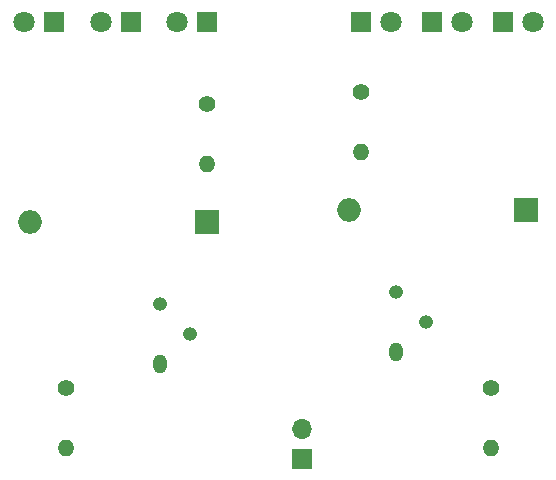
<source format=gbr>
%TF.GenerationSoftware,KiCad,Pcbnew,(5.1.12)-1*%
%TF.CreationDate,2023-08-13T12:23:47+05:30*%
%TF.ProjectId,dancing led,64616e63-696e-4672-906c-65642e6b6963,rev?*%
%TF.SameCoordinates,Original*%
%TF.FileFunction,Soldermask,Top*%
%TF.FilePolarity,Negative*%
%FSLAX46Y46*%
G04 Gerber Fmt 4.6, Leading zero omitted, Abs format (unit mm)*
G04 Created by KiCad (PCBNEW (5.1.12)-1) date 2023-08-13 12:23:47*
%MOMM*%
%LPD*%
G01*
G04 APERTURE LIST*
%ADD10O,1.200000X1.200000*%
%ADD11O,1.200000X1.600000*%
%ADD12C,1.800000*%
%ADD13R,1.800000X1.800000*%
%ADD14O,1.400000X1.400000*%
%ADD15C,1.400000*%
%ADD16O,2.000000X2.000000*%
%ADD17R,2.000000X2.000000*%
%ADD18O,1.700000X1.700000*%
%ADD19R,1.700000X1.700000*%
G04 APERTURE END LIST*
D10*
%TO.C,T2*%
X172000000Y-95920000D03*
X174540000Y-98460000D03*
D11*
X172000000Y-101000000D03*
%TD*%
D10*
%TO.C,T1*%
X152000000Y-96920000D03*
X154540000Y-99460000D03*
D11*
X152000000Y-102000000D03*
%TD*%
D12*
%TO.C,R7*%
X177540000Y-73000000D03*
D13*
X175000000Y-73000000D03*
%TD*%
D12*
%TO.C,R6*%
X153460000Y-73000000D03*
D13*
X156000000Y-73000000D03*
%TD*%
D12*
%TO.C,R5*%
X140460000Y-73000000D03*
D13*
X143000000Y-73000000D03*
%TD*%
D14*
%TO.C,R4*%
X180000000Y-109080000D03*
D15*
X180000000Y-104000000D03*
%TD*%
D14*
%TO.C,R3*%
X144000000Y-109080000D03*
D15*
X144000000Y-104000000D03*
%TD*%
D14*
%TO.C,R2*%
X169000000Y-84080000D03*
D15*
X169000000Y-79000000D03*
%TD*%
D14*
%TO.C,R1*%
X156000000Y-85080000D03*
D15*
X156000000Y-80000000D03*
%TD*%
D12*
%TO.C,G3*%
X183540000Y-73000000D03*
D13*
X181000000Y-73000000D03*
%TD*%
D12*
%TO.C,G2*%
X171540000Y-73000000D03*
D13*
X169000000Y-73000000D03*
%TD*%
D12*
%TO.C,G1*%
X147000000Y-73000000D03*
D13*
X149540000Y-73000000D03*
%TD*%
D16*
%TO.C,C2*%
X168000000Y-89000000D03*
D17*
X183000000Y-89000000D03*
%TD*%
D16*
%TO.C,C1*%
X141000000Y-90000000D03*
D17*
X156000000Y-90000000D03*
%TD*%
D18*
%TO.C,9V1*%
X164000000Y-107460000D03*
D19*
X164000000Y-110000000D03*
%TD*%
M02*

</source>
